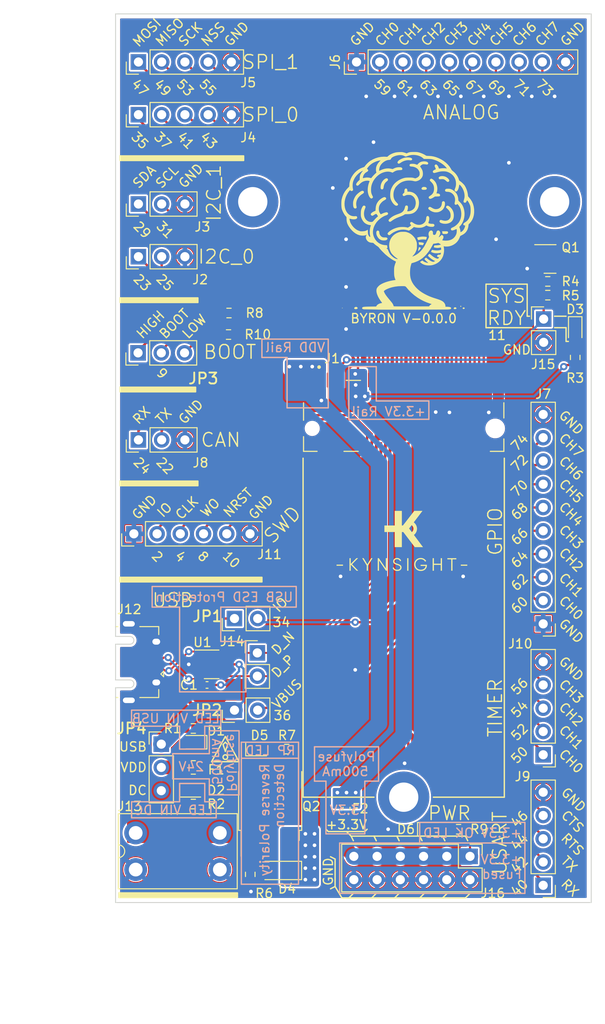
<source format=kicad_pcb>
(kicad_pcb (version 20221018) (generator pcbnew)

  (general
    (thickness 1.6)
  )

  (paper "A4")
  (layers
    (0 "F.Cu" signal)
    (31 "B.Cu" signal)
    (32 "B.Adhes" user "B.Adhesive")
    (33 "F.Adhes" user "F.Adhesive")
    (34 "B.Paste" user)
    (35 "F.Paste" user)
    (36 "B.SilkS" user "B.Silkscreen")
    (37 "F.SilkS" user "F.Silkscreen")
    (38 "B.Mask" user)
    (39 "F.Mask" user)
    (40 "Dwgs.User" user "User.Drawings")
    (41 "Cmts.User" user "User.Comments")
    (42 "Eco1.User" user "User.Eco1")
    (43 "Eco2.User" user "User.Eco2")
    (44 "Edge.Cuts" user)
    (45 "Margin" user)
    (46 "B.CrtYd" user "B.Courtyard")
    (47 "F.CrtYd" user "F.Courtyard")
    (48 "B.Fab" user)
    (49 "F.Fab" user)
    (50 "User.1" user)
    (51 "User.2" user)
    (52 "User.3" user)
    (53 "User.4" user)
    (54 "User.5" user)
    (55 "User.6" user)
    (56 "User.7" user)
    (57 "User.8" user)
    (58 "User.9" user)
  )

  (setup
    (stackup
      (layer "F.SilkS" (type "Top Silk Screen"))
      (layer "F.Paste" (type "Top Solder Paste"))
      (layer "F.Mask" (type "Top Solder Mask") (thickness 0.01))
      (layer "F.Cu" (type "copper") (thickness 0.035))
      (layer "dielectric 1" (type "core") (thickness 1.51) (material "FR4") (epsilon_r 4.5) (loss_tangent 0.02))
      (layer "B.Cu" (type "copper") (thickness 0.035))
      (layer "B.Mask" (type "Bottom Solder Mask") (thickness 0.01))
      (layer "B.Paste" (type "Bottom Solder Paste"))
      (layer "B.SilkS" (type "Bottom Silk Screen"))
      (copper_finish "None")
      (dielectric_constraints no)
    )
    (pad_to_mask_clearance 0)
    (aux_axis_origin 87.7 127.95)
    (grid_origin 87.7 127.95)
    (pcbplotparams
      (layerselection 0x00010fc_ffffffff)
      (plot_on_all_layers_selection 0x0000000_00000000)
      (disableapertmacros false)
      (usegerberextensions true)
      (usegerberattributes false)
      (usegerberadvancedattributes false)
      (creategerberjobfile false)
      (dashed_line_dash_ratio 12.000000)
      (dashed_line_gap_ratio 3.000000)
      (svgprecision 4)
      (plotframeref false)
      (viasonmask false)
      (mode 1)
      (useauxorigin false)
      (hpglpennumber 1)
      (hpglpenspeed 20)
      (hpglpendiameter 15.000000)
      (dxfpolygonmode true)
      (dxfimperialunits true)
      (dxfusepcbnewfont true)
      (psnegative false)
      (psa4output false)
      (plotreference true)
      (plotvalue false)
      (plotinvisibletext false)
      (sketchpadsonfab false)
      (subtractmaskfromsilk true)
      (outputformat 1)
      (mirror false)
      (drillshape 0)
      (scaleselection 1)
      (outputdirectory "gerber/jlcpcb/")
    )
  )

  (net 0 "")
  (net 1 "+24V")
  (net 2 "/SWD.IO")
  (net 3 "/SWD.CLK")
  (net 4 "/SWD.WO")
  (net 5 "/MCU.BOOT")
  (net 6 "/MCU.NRST")
  (net 7 "/CAN.TX")
  (net 8 "/I2C_0.SDA")
  (net 9 "/CAN.RX")
  (net 10 "/I2C_0.SCL")
  (net 11 "/I2C_1.SDA")
  (net 12 "/USB.D_P")
  (net 13 "/I2C_1.SCL")
  (net 14 "/USB.IO")
  (net 15 "/SPI_0.MOSI")
  (net 16 "/USB.VBUS")
  (net 17 "/SPI_0.MISO")
  (net 18 "/USART.RX")
  (net 19 "/SPI_0.SCK")
  (net 20 "/USART.TX")
  (net 21 "/SPI_0.NSS")
  (net 22 "/USART.RTS")
  (net 23 "/USART.CTS")
  (net 24 "/SPI_1.MOSI")
  (net 25 "/SPI_1.MISO")
  (net 26 "/TIMER.CH_0")
  (net 27 "/TIMER.CH_1")
  (net 28 "/SPI_1.SCK")
  (net 29 "/TIMER.CH_2")
  (net 30 "/SPI_1.NSS")
  (net 31 "/TIMER.CH_3")
  (net 32 "/ANALOG.CH_0")
  (net 33 "/GPIO.CH_0")
  (net 34 "/ANALOG.CH_1")
  (net 35 "/GPIO.CH_1")
  (net 36 "/ANALOG.CH_2")
  (net 37 "/GPIO.CH_2")
  (net 38 "/ANALOG.CH_3")
  (net 39 "/GPIO.CH_3")
  (net 40 "/ANALOG.CH_4")
  (net 41 "/GPIO.CH_4")
  (net 42 "/ANALOG.CH_5")
  (net 43 "/GPIO.CH_5")
  (net 44 "/ANALOG.CH_6")
  (net 45 "/GPIO.CH_6")
  (net 46 "/ANALOG.CH_7")
  (net 47 "/GPIO.CH_7")
  (net 48 "GND")
  (net 49 "VDD")
  (net 50 "+5V")
  (net 51 "/SYS.READY")
  (net 52 "/USB.D_N")
  (net 53 "Net-(J12-ID)")
  (net 54 "Net-(D1-A)")
  (net 55 "Net-(D2-A)")
  (net 56 "Net-(D3-A)")
  (net 57 "Net-(D3-K)")
  (net 58 "Net-(D5-A)")
  (net 59 "Net-(JP4-C)")
  (net 60 "+3V3")
  (net 61 "Net-(Q1-B)")
  (net 62 "Net-(D4-A)")
  (net 63 "/VDD_Safe")
  (net 64 "/3.3V_Safe")
  (net 65 "Net-(D6-A)")
  (net 66 "Net-(JP3-A)")
  (net 67 "Net-(JP3-B)")

  (footprint "Resistor_SMD:R_0603_1608Metric" (layer "F.Cu") (at 102.425 124.875 -90))

  (footprint "Connector_PinHeader_2.54mm:PinHeader_1x05_P2.54mm_Vertical" (layer "F.Cu") (at 90.2 41.95 90))

  (footprint "Package_TO_SOT_SMD:TO-252-2" (layer "F.Cu") (at 104.6 116.76 90))

  (footprint "Connector_PinHeader_2.54mm:PinHeader_1x02_P2.54mm_Vertical" (layer "F.Cu") (at 100.7 96.95 90))

  (footprint "Connector_PinHeader_2.54mm:PinHeader_1x10_P2.54mm_Vertical" (layer "F.Cu") (at 134.45 97.53 180))

  (footprint "LED_SMD:LED_0603_1608Metric" (layer "F.Cu") (at 96.2 115.7))

  (footprint "Connector_PinHeader_2.54mm:PinHeader_2x06_P2.54mm_Vertical" (layer "F.Cu") (at 126.45 122.91 -90))

  (footprint "Resistor_SMD:R_0603_1608Metric" (layer "F.Cu") (at 134.95 60.15 180))

  (footprint "Connector_PinHeader_2.54mm:PinHeader_1x06_P2.54mm_Vertical" (layer "F.Cu") (at 89.7 87.7 90))

  (footprint "Connector_PinHeader_2.54mm:PinHeader_1x02_P2.54mm_Vertical" (layer "F.Cu") (at 103.2 100.7))

  (footprint "Connector_PinHeader_2.54mm:PinHeader_1x05_P2.54mm_Vertical" (layer "F.Cu") (at 134.45 126.07 180))

  (footprint "Connector_PinHeader_2.54mm:PinHeader_1x03_P2.54mm_Vertical" (layer "F.Cu") (at 92.7 110.66))

  (footprint "Resistor_SMD:R_0402_1005Metric" (layer "F.Cu") (at 112.95 117.7 90))

  (footprint "Resistor_SMD:R_0603_1608Metric" (layer "F.Cu") (at 96.2 117.2))

  (footprint "LED_SMD:LED_0603_1608Metric" (layer "F.Cu") (at 103.4125 111.2))

  (footprint "Resistor_SMD:R_0805_2012Metric" (layer "F.Cu") (at 96.2 113.2))

  (footprint "Connector_PinHeader_2.54mm:PinHeader_1x03_P2.54mm_Vertical" (layer "F.Cu") (at 90.2 57.45 90))

  (footprint "Connector_PinHeader_2.54mm:PinHeader_1x10_P2.54mm_Vertical" (layer "F.Cu") (at 114.04 36.2 90))

  (footprint "MountingHole:MountingHole_3.2mm_M3_DIN965_Pad" (layer "F.Cu") (at 135.7 51.45))

  (footprint "Resistor_SMD:R_0603_1608Metric" (layer "F.Cu") (at 100.05 65.95))

  (footprint "Capacitor_SMD:C_0402_1005Metric" (layer "F.Cu") (at 97.7 104.2 180))

  (footprint "819_connectors_card_edge:TE_2199230-3" (layer "F.Cu") (at 119.2 76.2))

  (footprint "LED_SMD:LED_0603_1608Metric" (layer "F.Cu") (at 96.2 110.45 180))

  (footprint "Resistor_SMD:R_0603_1608Metric" (layer "F.Cu") (at 100.1 63.6))

  (footprint "LED_SMD:LED_0603_1608Metric" (layer "F.Cu") (at 122.2 119.95))

  (footprint "MountingHole:MountingHole_3.2mm_M3_DIN965_Pad" (layer "F.Cu") (at 102.7 51.45))

  (footprint "Resistor_SMD:R_0603_1608Metric" (layer "F.Cu") (at 125.2 119.95 180))

  (footprint "Resistor_SMD:R_0603_1608Metric" (layer "F.Cu") (at 106.4125 111.2 180))

  (footprint "Package_TO_SOT_SMD:SOT-23-6" (layer "F.Cu") (at 98.2 101.95))

  (footprint "Resistor_SMD:R_0603_1608Metric" (layer "F.Cu") (at 137.95 68.45 90))

  (footprint "Connector_PinHeader_2.54mm:PinHeader_1x05_P2.54mm_Vertical" (layer "F.Cu") (at 134.45 111.82 180))

  (footprint "Connector_PinHeader_2.54mm:PinHeader_1x02_P2.54mm_Vertical" (layer "F.Cu") (at 100.7 106.95 90))

  (footprint "Connector_PinHeader_2.54mm:PinHeader_1x03_P2.54mm_Vertical" (layer "F.Cu") (at 90.2 51.7 90))

  (footprint "MountingHole:MountingHole_3.2mm_M3_DIN965_Pad" (layer "F.Cu") (at 119.2 116.45))

  (footprint "Connector_PinHeader_2.54mm:PinHeader_1x02_P2.54mm_Vertical" (layer "F.Cu") (at 134.5 64.26))

  (footprint "LED_SMD:LED_0603_1608Metric" (layer "F.Cu") (at 137.95 65.487501 -90))

  (footprint "ked_symbols:brayn_carrier" (layer "F.Cu")
    (tstamp bbbcaa97-a9fb-4be2-89d6-336da4add715)
    (at 119.7 54.45)
    (attr board_only exclude_from_pos_files exclude_from_bom)
    (fp_text reference "G***" (at 0 0) (layer "F.SilkS") hide
        (effects (font (size 1.5 1.5) (thickness 0.3)))
      (tstamp adf5df8f-5475-45ce-8c5f-04b8e5011e94)
    )
    (fp_text value "LOGO" (at 0.75 0) (layer "F.SilkS") hide
        (effects (font (size 1.5 1.5) (thickness 0.3)))
      (tstamp 2b8fb183-0a87-4f0f-905e-faff4b08d567)
    )
    (fp_poly
      (pts
        (xy -7.182104 8.583858)
        (xy -7.174335 8.601808)
        (xy -7.181132 8.629502)
        (xy -7.209692 8.636)
        (xy -7.24176 8.626111)
        (xy -7.24505 8.601808)
        (xy -7.225784 8.57274)
        (xy -7.209692 8.567615)
      )

      (stroke (width 0) (type solid)) (fill solid) (layer "F.SilkS") (tstamp c42c3e8b-e88e-4603-872d-43b0db020b19))
    (fp_poly
      (pts
        (xy 5.774469 8.374497)
        (xy 5.791063 8.393367)
        (xy 5.801295 8.427291)
        (xy 5.789583 8.445542)
        (xy 5.766545 8.458709)
        (xy 5.721253 8.466187)
        (xy 5.697097 8.453997)
        (xy 5.674805 8.420225)
        (xy 5.683364 8.385832)
        (xy 5.717221 8.364393)
        (xy 5.734538 8.362461)
      )

      (stroke (width 0) (type solid)) (fill solid) (layer "F.SilkS") (tstamp 5078f9ee-6ace-48cd-b8cc-64d3f5283360))
    (fp_poly
      (pts
        (xy 6.108116 8.551639)
        (xy 6.15082 8.583584)
        (xy 6.173382 8.622074)
        (xy 6.174154 8.629625)
        (xy 6.158059 8.66236)
        (xy 6.120415 8.693864)
        (xy 6.077179 8.711943)
        (xy 6.065154 8.712915)
        (xy 6.016464 8.704566)
        (xy 5.983654 8.694006)
        (xy 5.948846 8.665192)
        (xy 5.943094 8.625879)
        (xy 5.961791 8.585416)
        (xy 6.000334 8.553157)
        (xy 6.054119 8.538453)
        (xy 6.060318 8.538308)
      )

      (stroke (width 0) (type solid)) (fill solid) (layer "F.SilkS") (tstamp fa1d1951-6049-4fda-a65d-d2358cf567c0))
    (fp_poly
      (pts
        (xy 5.168465 8.529931)
        (xy 5.219925 8.557395)
        (xy 5.260029 8.59213)
        (xy 5.275384 8.623914)
        (xy 5.258259 8.675894)
        (xy 5.207763 8.709036)
        (xy 5.125214 8.722493)
        (xy 5.121962 8.722592)
        (xy 5.058188 8.721128)
        (xy 5.007972 8.714392)
        (xy 4.991913 8.708983)
        (xy 4.964446 8.676465)
        (xy 4.965527 8.633286)
        (xy 4.989567 8.587805)
        (xy 5.030978 8.548382)
        (xy 5.084172 8.523376)
        (xy 5.119077 8.518769)
      )

      (stroke (width 0) (type solid)) (fill solid) (layer "F.SilkS") (tstamp 49c2e593-6302-4d9b-973e-3864a0597df1))
    (fp_poly
      (pts
        (xy -5.639843 8.49221)
        (xy -5.582569 8.524953)
        (xy -5.546252 8.570708)
        (xy -5.536212 8.622259)
        (xy -5.557768 8.672393)
        (xy -5.564929 8.680228)
        (xy -5.612539 8.70659)
        (xy -5.683052 8.722461)
        (xy -5.76135 8.726371)
        (xy -5.832316 8.716851)
        (xy -5.856224 8.708528)
        (xy -5.900768 8.673718)
        (xy -5.914159 8.62882)
        (xy -5.90056 8.580476)
        (xy -5.864133 8.535326)
        (xy -5.809042 8.50001)
        (xy -5.739449 8.481167)
        (xy -5.712758 8.479692)
      )

      (stroke (width 0) (type solid)) (fill solid) (layer "F.SilkS") (tstamp 822692f1-530b-4f1a-b327-a7b7ea840b34))
    (fp_poly
      (pts
        (xy 1.20266 1.962132)
        (xy 1.251983 1.977602)
        (xy 1.306837 1.999094)
        (xy 1.35488 2.021189)
        (xy 1.383768 2.038466)
        (xy 1.387231 2.043177)
        (xy 1.375287 2.066141)
        (xy 1.343706 2.110206)
        (xy 1.298864 2.167312)
        (xy 1.247138 2.229401)
        (xy 1.194902 2.288413)
        (xy 1.183533 2.300654)
        (xy 1.126105 2.356137)
        (xy 1.087232 2.381271)
        (xy 1.068339 2.375679)
        (xy 1.070848 2.338981)
        (xy 1.073403 2.329961)
        (xy 1.085279 2.285847)
        (xy 1.102276 2.21665)
        (xy 1.121203 2.135468)
        (xy 1.126022 2.114122)
        (xy 1.144607 2.03535)
        (xy 1.159303 1.988032)
        (xy 1.173598 1.965251)
        (xy 1.190982 1.960087)
      )

      (stroke (width 0) (type solid)) (fill solid) (layer "F.SilkS") (tstamp b96846ae-17b2-49db-9603-d70a529852ca))
    (fp_poly
      (pts
        (xy 1.797451 -4.613137)
        (xy 1.893811 -4.595539)
        (xy 1.966567 -4.549955)
        (xy 2.004743 -4.503228)
        (xy 2.025339 -4.45939)
        (xy 2.020121 -4.416006)
        (xy 2.013463 -4.398573)
        (xy 1.986811 -4.354852)
        (xy 1.945169 -4.325283)
        (xy 1.881957 -4.307612)
        (xy 1.790591 -4.299586)
        (xy 1.7211 -4.298462)
        (xy 1.63283 -4.299929)
        (xy 1.573388 -4.305561)
        (xy 1.532591 -4.317199)
        (xy 1.500259 -4.336685)
        (xy 1.497327 -4.338957)
        (xy 1.453344 -4.39222)
        (xy 1.447399 -4.451242)
        (xy 1.479297 -4.513694)
        (xy 1.51491 -4.550438)
        (xy 1.55824 -4.583716)
        (xy 1.602903 -4.604045)
        (xy 1.659384 -4.613753)
        (xy 1.73817 -4.615167)
      )

      (stroke (width 0) (type solid)) (fill solid) (layer "F.SilkS") (tstamp a4672d3b-633b-4e67-9168-b4be73a46176))
    (fp_poly
      (pts
        (xy 1.332417 1.429924)
        (xy 1.420276 1.439611)
        (xy 1.50996 1.45363)
        (xy 1.592155 1.470237)
        (xy 1.657549 1.487694)
        (xy 1.696827 1.504258)
        (xy 1.702937 1.509908)
        (xy 1.701284 1.536746)
        (xy 1.684074 1.584245)
        (xy 1.657131 1.641195)
        (xy 1.626278 1.696385)
        (xy 1.597337 1.738606)
        (xy 1.576132 1.756649)
        (xy 1.574746 1.756699)
        (xy 1.541682 1.750599)
        (xy 1.494692 1.738942)
        (xy 1.444046 1.728539)
        (xy 1.371669 1.717668)
        (xy 1.306591 1.710098)
        (xy 1.177104 1.697249)
        (xy 1.166449 1.625278)
        (xy 1.154945 1.55609)
        (xy 1.14216 1.490228)
        (xy 1.14207 1.489808)
        (xy 1.128346 1.426308)
        (xy 1.255698 1.426308)
      )

      (stroke (width 0) (type solid)) (fill solid) (layer "F.SilkS") (tstamp dd76cb87-0ba9-4376-9c87-da56f43e2eff))
    (fp_poly
      (pts
        (xy 4.100194 0.224937)
        (xy 4.181187 0.226278)
        (xy 4.236228 0.229625)
        (xy 4.271879 0.235885)
        (xy 4.294702 0.245968)
        (xy 4.311259 0.260783)
        (xy 4.3197 0.270818)
        (xy 4.347137 0.318552)
        (xy 4.357077 0.359942)
        (xy 4.340361 0.412211)
        (xy 4.297478 0.464374)
        (xy 4.239319 0.503939)
        (xy 4.226929 0.509197)
        (xy 4.182591 0.517752)
        (xy 4.111315 0.522962)
        (xy 4.025101 0.524793)
        (xy 3.935947 0.523211)
        (xy 3.855852 0.518181)
        (xy 3.800231 0.510424)
        (xy 3.762992 0.498011)
        (xy 3.743103 0.473433)
        (xy 3.73204 0.424512)
        (xy 3.73006 0.410159)
        (xy 3.719714 0.343987)
        (xy 3.708025 0.286203)
        (xy 3.704778 0.273538)
        (xy 3.69105 0.224692)
        (xy 3.986687 0.224692)
      )

      (stroke (width 0) (type solid)) (fill solid) (layer "F.SilkS") (tstamp a774d402-66e7-4b2f-96bc-66019439791e))
    (fp_poly
      (pts
        (xy -2.303522 -5.545995)
        (xy -2.249422 -5.500565)
        (xy -2.218153 -5.435137)
        (xy -2.217209 -5.368097)
        (xy -2.253608 -5.300945)
        (xy -2.325721 -5.236457)
        (xy -2.340515 -5.226539)
        (xy -2.461948 -5.125718)
        (xy -2.562075 -4.997057)
        (xy -2.636755 -4.84782)
        (xy -2.681848 -4.685272)
        (xy -2.691276 -4.611077)
        (xy -2.708155 -4.496672)
        (xy -2.738288 -4.416569)
        (xy -2.782981 -4.367865)
        (xy -2.805977 -4.356238)
        (xy -2.843326 -4.343028)
        (xy -2.858772 -4.339218)
        (xy -2.877867 -4.34533)
        (xy -2.919059 -4.357795)
        (xy -2.920978 -4.358367)
        (xy -2.968996 -4.378331)
        (xy -3.000518 -4.409027)
        (xy -3.018735 -4.457945)
        (xy -3.026839 -4.532571)
        (xy -3.0282 -4.609927)
        (xy -3.009308 -4.799871)
        (xy -2.955563 -4.98594)
        (xy -2.870475 -5.160363)
        (xy -2.757554 -5.315369)
        (xy -2.670121 -5.402706)
        (xy -2.560146 -5.486978)
        (xy -2.460986 -5.539051)
        (xy -2.374744 -5.558774)
      )

      (stroke (width 0) (type solid)) (fill solid) (layer "F.SilkS") (tstamp 43012569-ee1f-48cb-8bb3-85e587bb6a73))
    (fp_poly
      (pts
        (xy 0.080614 -7.832161)
        (xy 0.206974 -7.811971)
        (xy 0.307375 -7.779435)
        (xy 0.378853 -7.735973)
        (xy 0.418444 -7.683002)
        (xy 0.423183 -7.62194)
        (xy 0.418523 -7.605431)
        (xy 0.384452 -7.549819)
        (xy 0.328127 -7.519646)
        (xy 0.245857 -7.513685)
        (xy 0.171274 -7.523184)
        (xy 0.003793 -7.536496)
        (xy -0.178107 -7.520927)
        (xy -0.365562 -7.478975)
        (xy -0.549704 -7.41314)
        (xy -0.721668 -7.325922)
        (xy -0.855612 -7.233682)
        (xy -0.933496 -7.184563)
        (xy -1.011072 -7.158318)
        (xy -1.078862 -7.157106)
        (xy -1.117697 -7.174012)
        (xy -1.149249 -7.211495)
        (xy -1.171218 -7.254374)
        (xy -1.180503 -7.295735)
        (xy -1.170928 -7.33605)
        (xy -1.144152 -7.383715)
        (xy -1.088224 -7.457148)
        (xy -1.014826 -7.524442)
        (xy -0.917663 -7.59033)
        (xy -0.790445 -7.659541)
        (xy -0.752231 -7.678391)
        (xy -0.565979 -7.757515)
        (xy -0.386909 -7.8081)
        (xy -0.199899 -7.833689)
        (xy -0.068741 -7.838588)
      )

      (stroke (width 0) (type solid)) (fill solid) (layer "F.SilkS") (tstamp 4eb467c3-4671-427b-8c1c-5189db62decf))
    (fp_poly
      (pts
        (xy 3.845385 -5.789422)
        (xy 3.988069 -5.757112)
        (xy 4.124496 -5.702898)
        (xy 4.148838 -5.690256)
        (xy 4.233758 -5.635486)
        (xy 4.317598 -5.56628)
        (xy 4.391622 -5.491311)
        (xy 4.447098 -5.419251)
        (xy 4.472447 -5.368944)
        (xy 4.482211 -5.288777)
        (xy 4.458366 -5.222768)
        (xy 4.405474 -5.177332)
        (xy 4.328097 -5.158882)
        (xy 4.322965 -5.158775)
        (xy 4.285796 -5.163779)
        (xy 4.245507 -5.182771)
        (xy 4.194321 -5.220603)
        (xy 4.124459 -5.282125)
        (xy 4.122966 -5.283494)
        (xy 4.027445 -5.364645)
        (xy 3.941745 -5.419436)
        (xy 3.854681 -5.451641)
        (xy 3.755066 -5.465031)
        (xy 3.631716 -5.463378)
        (xy 3.5963 -5.461088)
        (xy 3.507872 -5.455293)
        (xy 3.449549 -5.453927)
        (xy 3.412496 -5.458164)
        (xy 3.387878 -5.469178)
        (xy 3.366858 -5.488143)
        (xy 3.36317 -5.492067)
        (xy 3.328347 -5.553481)
        (xy 3.324064 -5.621185)
        (xy 3.35017 -5.681838)
        (xy 3.3655 -5.698096)
        (xy 3.456502 -5.754167)
        (xy 3.57193 -5.788026)
        (xy 3.704115 -5.799753)
      )

      (stroke (width 0) (type solid)) (fill solid) (layer "F.SilkS") (tstamp dc6617a5-f734-4f20-9d79-3034db430f69))
    (fp_poly
      (pts
        (xy 1.685095 0.808047)
        (xy 1.785067 0.814499)
        (xy 1.877494 0.824512)
        (xy 1.954015 0.837225)
        (xy 2.006268 0.851777)
        (xy 2.024712 0.863708)
        (xy 2.024676 0.890537)
        (xy 2.013404 0.94321)
        (xy 1.993271 1.010939)
        (xy 1.990417 1.019435)
        (xy 1.965982 1.089088)
        (xy 1.947813 1.128838)
        (xy 1.929843 1.145861)
        (xy 1.906002 1.147333)
        (xy 1.885461 1.143553)
        (xy 1.728666 1.12293)
        (xy 1.556061 1.120026)
        (xy 1.386675 1.134862)
        (xy 1.338384 1.142955)
        (xy 1.253264 1.159074)
        (xy 1.177029 1.173473)
        (xy 1.121998 1.183826)
        (xy 1.108808 1.186291)
        (xy 1.069597 1.188469)
        (xy 1.055869 1.170518)
        (xy 1.055077 1.157897)
        (xy 1.046184 1.118896)
        (xy 1.023538 1.062454)
        (xy 1.007495 1.030022)
        (xy 0.980096 0.971704)
        (xy 0.974086 0.937006)
        (xy 0.983071 0.921313)
        (xy 1.02141 0.902458)
        (xy 1.089511 0.881132)
        (xy 1.178313 0.859316)
        (xy 1.278756 0.838989)
        (xy 1.381778 0.822129)
        (xy 1.478319 0.810718)
        (xy 1.495965 0.80927)
        (xy 1.585941 0.806017)
      )

      (stroke (width 0) (type solid)) (fill solid) (layer "F.SilkS") (tstamp 38f0e21f-97b4-48b0-843c-7357ed62fa2b))
    (fp_poly
      (pts
        (xy -4.983043 -4.190271)
        (xy -4.919401 -4.169398)
        (xy -4.871452 -4.134117)
        (xy -4.857676 -4.111971)
        (xy -4.843552 -4.044172)
        (xy -4.858643 -3.983186)
        (xy -4.905599 -3.924932)
        (xy -4.987073 -3.865327)
        (xy -5.036759 -3.836394)
        (xy -5.137118 -3.76979)
        (xy -5.24611 -3.678945)
        (xy -5.353565 -3.57387)
        (xy -5.44931 -3.46458)
        (xy -5.523174 -3.361085)
        (xy -5.528347 -3.352488)
        (xy -5.620017 -3.162871)
        (xy -5.676098 -2.96666)
        (xy -5.695911 -2.768433)
        (xy -5.678779 -2.572768)
        (xy -5.657314 -2.481385)
        (xy -5.643459 -2.392242)
        (xy -5.659978 -2.325507)
        (xy -5.688501 -2.291777)
        (xy -5.75359 -2.261493)
        (xy -5.831363 -2.261579)
        (xy -5.87703 -2.275961)
        (xy -5.933799 -2.314568)
        (xy -5.976521 -2.37626)
        (xy -6.006578 -2.46492)
        (xy -6.025351 -2.58443)
        (xy -6.033558 -2.715846)
        (xy -6.035561 -2.830868)
        (xy -6.031984 -2.921687)
        (xy -6.021513 -3.002943)
        (xy -6.002834 -3.089276)
        (xy -5.998465 -3.106616)
        (xy -5.953051 -3.247995)
        (xy -5.889554 -3.396306)
        (xy -5.814588 -3.538317)
        (xy -5.734768 -3.660793)
        (xy -5.698667 -3.706431)
        (xy -5.600042 -3.812302)
        (xy -5.489679 -3.914537)
        (xy -5.374434 -4.008043)
        (xy -5.261163 -4.087726)
        (xy -5.156722 -4.148492)
        (xy -5.067964 -4.185248)
        (xy -5.047234 -4.190465)
      )

      (stroke (width 0) (type solid)) (fill solid) (layer "F.SilkS") (tstamp 105add6c-252d-4095-b5d0-4c1c4263db26))
    (fp_poly
      (pts
        (xy -3.321295 0.147109)
        (xy -3.276115 0.163388)
        (xy -3.215094 0.199495)
        (xy -3.180156 0.250584)
        (xy -3.166145 0.325797)
        (xy -3.165231 0.359967)
        (xy -3.147259 0.49035)
        (xy -3.097083 0.615947)
        (xy -3.020307 0.727549)
        (xy -2.922539 0.815946)
        (xy -2.867892 0.848387)
        (xy -2.815454 0.872157)
        (xy -2.76608 0.887103)
        (xy -2.708077 0.89519)
        (xy -2.629748 0.898384)
        (xy -2.568136 0.898769)
        (xy -2.477306 0.89937)
        (xy -2.416483 0.902418)
        (xy -2.376602 0.909779)
        (xy -2.348595 0.92332)
        (xy -2.323397 0.944907)
        (xy -2.317972 0.95028)
        (xy -2.28382 0.992544)
        (xy -2.266869 1.029422)
        (xy -2.266462 1.033855)
        (xy -2.284361 1.089759)
        (xy -2.333001 1.144868)
        (xy -2.404791 1.19078)
        (xy -2.410704 1.193531)
        (xy -2.489353 1.216309)
        (xy -2.592574 1.228315)
        (xy -2.707385 1.22957)
        (xy -2.820802 1.220094)
        (xy -2.919841 1.199905)
        (xy -2.942181 1.19271)
        (xy -3.084271 1.128307)
        (xy -3.203188 1.042297)
        (xy -3.304461 0.929413)
        (xy -3.393617 0.784385)
        (xy -3.414674 0.742461)
        (xy -3.454553 0.652779)
        (xy -3.478014 0.576566)
        (xy -3.490129 0.494655)
        (xy -3.493587 0.444245)
        (xy -3.494246 0.343142)
        (xy -3.481497 0.270409)
        (xy -3.451896 0.216632)
        (xy -3.401995 0.172395)
        (xy -3.391501 0.165314)
        (xy -3.355612 0.146726)
      )

      (stroke (width 0) (type solid)) (fill solid) (layer "F.SilkS") (tstamp 416aeaeb-8192-4a31-83d8-f65546e6a598))
    (fp_poly
      (pts
        (xy 3.869367 -3.05491)
        (xy 3.889512 -3.047437)
        (xy 3.944925 -3.017156)
        (xy 3.979483 -2.975328)
        (xy 4.001464 -2.910229)
        (xy 4.00765 -2.88014)
        (xy 4.015618 -2.74485)
        (xy 3.994739 -2.596959)
        (xy 3.94834 -2.446037)
        (xy 3.87975 -2.301658)
        (xy 3.792297 -2.173394)
        (xy 3.742889 -2.118649)
        (xy 3.643079 -2.036234)
        (xy 3.519655 -1.960286)
        (xy 3.387593 -1.898709)
        (xy 3.261867 -1.859409)
        (xy 3.245602 -1.85613)
        (xy 3.127186 -1.842321)
        (xy 2.995816 -1.839858)
        (xy 2.871974 -1.848722)
        (xy 2.823308 -1.85657)
        (xy 2.636207 -1.912898)
        (xy 2.454276 -2.004179)
        (xy 2.285427 -2.126386)
        (xy 2.274023 -2.136238)
        (xy 2.210918 -2.205706)
        (xy 2.186256 -2.271227)
        (xy 2.19982 -2.334567)
        (xy 2.243107 -2.389806)
        (xy 2.289075 -2.424708)
        (xy 2.337603 -2.438785)
        (xy 2.395493 -2.431058)
        (xy 2.469548 -2.400542)
        (xy 2.566569 -2.346257)
        (xy 2.573461 -2.342107)
        (xy 2.696788 -2.272707)
        (xy 2.801907 -2.226371)
        (xy 2.899274 -2.199603)
        (xy 2.999342 -2.188907)
        (xy 3.033444 -2.188308)
        (xy 3.195022 -2.205581)
        (xy 3.337376 -2.255729)
        (xy 3.45787 -2.336249)
        (xy 3.553869 -2.444634)
        (xy 3.622738 -2.57838)
        (xy 3.661842 -2.734982)
        (xy 3.667769 -2.7913)
        (xy 3.676515 -2.88512)
        (xy 3.689179 -2.948735)
        (xy 3.709541 -2.991018)
        (xy 3.741379 -3.020841)
        (xy 3.773509 -3.039568)
        (xy 3.824538 -3.059157)
      )

      (stroke (width 0) (type solid)) (fill solid) (layer "F.SilkS") (tstamp e800d0eb-20a5-4cc2-a598-d574d8af7c82))
    (fp_poly
      (pts
        (xy 4.376559 -2.548661)
        (xy 4.47553 -2.494642)
        (xy 4.586564 -2.406241)
        (xy 4.647395 -2.348141)
        (xy 4.782987 -2.18551)
        (xy 4.883805 -2.005207)
        (xy 4.949578 -1.807906)
        (xy 4.980038 -1.594277)
        (xy 4.982308 -1.514231)
        (xy 4.968447 -1.313549)
        (xy 4.926363 -1.138634)
        (xy 4.855297 -0.987458)
        (xy 4.754493 -0.857993)
        (xy 4.727541 -0.831558)
        (xy 4.589373 -0.728212)
        (xy 4.428027 -0.65201)
        (xy 4.24961 -0.604226)
        (xy 4.060226 -0.586133)
        (xy 3.865984 -0.599001)
        (xy 3.737424 -0.625248)
        (xy 3.635893 -0.654177)
        (xy 3.562816 -0.681429)
        (xy 3.508041 -0.711376)
        (xy 3.470719 -0.740088)
        (xy 3.423424 -0.802735)
        (xy 3.411715 -0.871351)
        (xy 3.435013 -0.937246)
        (xy 3.487323 -0.988298)
        (xy 3.512299 -1.002669)
        (xy 3.538006 -1.009269)
        (xy 3.573181 -1.007429)
        (xy 3.626561 -0.99648)
        (xy 3.706885 -0.975754)
        (xy 3.729166 -0.969781)
        (xy 3.88214 -0.935099)
        (xy 4.012976 -0.921003)
        (xy 4.132588 -0.927241)
        (xy 4.251895 -0.953558)
        (xy 4.264368 -0.957327)
        (xy 4.349943 -0.989386)
        (xy 4.415701 -1.030546)
        (xy 4.478078 -1.089762)
        (xy 4.549353 -1.176834)
        (xy 4.595958 -1.263898)
        (xy 4.621353 -1.361579)
        (xy 4.628998 -1.480507)
        (xy 4.627375 -1.548343)
        (xy 4.61173 -1.693674)
        (xy 4.576021 -1.824406)
        (xy 4.516796 -1.946574)
        (xy 4.430602 -2.066215)
        (xy 4.313989 -2.189365)
        (xy 4.204651 -2.287524)
        (xy 4.146961 -2.347068)
        (xy 4.124662 -2.401445)
        (xy 4.136227 -2.4583)
        (xy 4.161959 -2.501298)
        (xy 4.21878 -2.552303)
        (xy 4.290644 -2.567986)
      )

      (stroke (width 0) (type solid)) (fill solid) (layer "F.SilkS") (tstamp 676ff18f-9a40-491d-b7ca-9ef7212335f3))
    (fp_poly
      (pts
        (xy 2.541167 -5.51287)
        (xy 2.61535 -5.481669)
        (xy 2.698885 -5.42691)
        (xy 2.78623 -5.353465)
        (xy 2.871843 -5.266209)
        (xy 2.95018 -5.170014)
        (xy 3.015699 -5.069755)
        (xy 3.038949 -5.025793)
        (xy 3.106894 -4.855492)
        (xy 3.154007 -4.671492)
        (xy 3.177412 -4.487944)
        (xy 3.176865 -4.347308)
        (xy 3.161812 -4.215417)
        (xy 3.1385 -4.094869)
        (xy 3.109263 -3.99623)
        (xy 3.089209 -3.950753)
        (xy 3.077231 -3.922755)
        (xy 3.087173 -3.910405)
        (xy 3.126764 -3.907038)
        (xy 3.14012 -3.906842)
        (xy 3.273036 -3.895415)
        (xy 3.373413 -3.864811)
        (xy 3.440616 -3.8154)
        (xy 3.47401 -3.747554)
        (xy 3.477846 -3.709352)
        (xy 3.473175 -3.659685)
        (xy 3.455679 -3.623573)
        (xy 3.420136 -3.598786)
        (xy 3.36132 -3.583096)
        (xy 3.27401 -3.574276)
        (xy 3.15298 -3.570096)
        (xy 3.151331 -3.570066)
        (xy 2.917444 -3.565769)
        (xy 2.801991 -3.491454)
        (xy 2.655856 -3.404153)
        (xy 2.533545 -3.345973)
        (xy 2.433513 -3.316314)
        (xy 2.354217 -3.314574)
        (xy 2.349889 -3.315384)
        (xy 2.307043 -3.336658)
        (xy 2.266851 -3.374328)
        (xy 2.230973 -3.441236)
        (xy 2.232776 -3.504038)
        (xy 2.272714 -3.563965)
        (xy 2.351237 -3.622249)
        (xy 2.359628 -3.627123)
        (xy 2.519528 -3.735669)
        (xy 2.643874 -3.859326)
        (xy 2.734028 -4.000393)
        (xy 2.791352 -4.161167)
        (xy 2.817207 -4.343944)
        (xy 2.819019 -4.402061)
        (xy 2.809846 -4.585829)
        (xy 2.776435 -4.745371)
        (xy 2.715272 -4.889103)
        (xy 2.622844 -5.02544)
        (xy 2.505343 -5.153369)
        (xy 2.434654 -5.223547)
        (xy 2.388301 -5.273272)
        (xy 2.361968 -5.308663)
        (xy 2.35134 -5.335839)
        (xy 2.3521 -5.360917)
        (xy 2.35374 -5.368292)
        (xy 2.382726 -5.431834)
        (xy 2.429768 -5.485812)
        (xy 2.48188 -5.515637)
      )

      (stroke (width 0) (type solid)) (fill solid) (layer "F.SilkS") (tstamp 844d6e89-35cd-4610-ade7-b64f12890be4))
    (fp_poly
      (pts
        (xy 2.181858 -1.43089)
        (xy 2.23481 -1.388033)
        (xy 2.27237 -1.318269)
        (xy 2.293668 -1.226449)
        (xy 2.297837 -1.117427)
        (xy 2.284009 -0.996055)
        (xy 2.251315 -0.867185)
        (xy 2.228542 -0.803774)
        (xy 2.205464 -0.737678)
        (xy 2.199866 -0.696525)
        (xy 2.20961 -0.671951)
        (xy 2.253061 -0.642755)
        (xy 2.32672 -0.617712)
        (xy 2.42178 -0.598791)
        (xy 2.529432 -0.587957)
        (xy 2.593895 -0.586154)
        (xy 2.6754 -0.585274)
        (xy 2.728613 -0.580777)
        (xy 2.764308 -0.569882)
        (xy 2.79326 -0.549805)
        (xy 2.815041 -0.529042)
        (xy 2.85952 -0.470892)
        (xy 2.867835 -0.416446)
        (xy 2.840045 -0.357975)
        (xy 2.816515 -0.329116)
        (xy 2.786639 -0.298395)
        (xy 2.757167 -0.279247)
        (xy 2.717412 -0.268241)
        (xy 2.656687 -0.261944)
        (xy 2.596708 -0.258539)
        (xy 2.402984 -0.264847)
        (xy 2.219624 -0.302439)
        (xy 2.072301 -0.360841)
        (xy 1.976182 -0.409548)
        (xy 1.877367 -0.343051)
        (xy 1.744871 -0.269185)
        (xy 1.59294 -0.209388)
        (xy 1.45849 -0.174539)
        (xy 1.333938 -0.159489)
        (xy 1.187164 -0.155084)
        (xy 1.033389 -0.160787)
        (xy 0.887833 -0.176059)
        (xy 0.771554 -0.198804)
        (xy 0.609525 -0.241301)
        (xy 0.54961 -0.181386)
        (xy 0.476651 -0.115716)
        (xy 0.38411 -0.042651)
        (xy 0.285356 0.028031)
        (xy 0.19376 0.086551)
        (xy 0.151091 0.110105)
        (xy 0.057377 0.157593)
        (xy -0.073985 0.118472)
        (xy -0.301292 0.064612)
        (xy -0.519229 0.043021)
        (xy -0.739353 0.052968)
        (xy -0.852249 0.069262)
        (xy -1.13002 0.135159)
        (xy -1.395159 0.232926)
        (xy -1.641887 0.359921)
        (xy -1.864424 0.513506)
        (xy -1.913723 0.554142)
        (xy -1.984477 0.610952)
        (xy -2.036753 0.642879)
        (xy -2.078522 0.653809)
        (xy -2.110154 0.64993)
        (xy -2.186313 0.615092)
        (xy -2.238897 0.562701)
        (xy -2.262306 0.500293)
        (xy -2.257442 0.451747)
        (xy -2.237434 0.417795)
        (xy -2.197771 0.368647)
        (xy -2.153092 0.321121)
        (xy -1.991908 0.184564)
        (xy -1.798643 0.060901)
        (xy -1.578956 -0.047096)
        (xy -1.338508 -0.13666)
        (xy -1.082959 -0.205019)
        (xy -1.073824 -0.20699)
        (xy -0.939073 -0.228219)
        (xy -0.782283 -0.2407)
        (xy -0.615952 -0.244421)
        (xy -0.45258 -0.239368)
        (xy -0.304663 -0.225528)
        (xy -0.204824 -0.207883)
        (xy -0.048186 -0.171535)
        (xy 0.049176 -0.225141)
        (xy 0.115778 -0.265268)
        (xy 0.183426 -0.311664)
        (xy 0.244021 -0.35804)
        (xy 0.289462 -0.398111)
        (xy 0.31165 -0.425586)
        (xy 0.312615 -0.429651)
        (xy 0.299924 -0.452707)
        (xy 0.268129 -0.49037)
        (xy 0.254 -0.504994)
        (xy 0.205897 -0.575004)
        (xy 0.193834 -0.648355)
        (xy 0.217953 -0.718259)
        (xy 0.248745 -0.754703)
        (xy 0.298845 -0.787526)
        (xy 0.353615 -0.792963)
        (xy 0.41913 -0.769902)
        (xy 0.501464 -0.717228)
        (xy 0.517243 -0.705496)
        (xy 0.686501 -0.597559)
        (xy 0.861431 -0.522937)
        (xy 1.038019 -0.481491)
        (xy 1.212253 -0.473083)
        (xy 1.380119 -0.497576)
        (xy 1.537606 -0.554831)
        (xy 1.680698 -0.644711)
        (xy 1.790299 -0.749269)
        (xy 1.863724 -0.849417)
        (xy 1.913335 -0.958097)
        (xy 1.943519 -1.086545)
        (xy 1.953126 -1.166333)
        (xy 1.968621 -1.27966)
        (xy 1.992949 -1.359184)
        (xy 2.028922 -1.409714)
        (xy 2.079354 -1.436056)
        (xy 2.11438 -1.441986)
      )

      (stroke (width 0) (type solid)) (fill solid) (layer "F.SilkS") (tstamp 84a1a4bf-822a-4a3b-a703-29186eca5056))
    (fp_poly
      (pts
        (xy -0.185569 -4.427811)
        (xy -0.138662 -4.384393)
        (xy -0.109421 -4.309058)
        (xy -0.097692 -4.225703)
        (xy -0.087923 -4.095336)
        (xy 0.019887 -4.100413)
        (xy 0.154224 -4.094354)
        (xy 0.303554 -4.067033)
        (xy 0.452631 -4.021938)
        (xy 0.557243 -3.9775)
        (xy 0.715183 -3.878544)
        (xy 0.853853 -3.748816)
        (xy 0.970726 -3.59285)
        (xy 1.063276 -3.415181)
        (xy 1.128978 -3.220345)
        (xy 1.165304 -3.012875)
        (xy 1.171968 -2.873913)
        (xy 1.155431 -2.642574)
        (xy 1.107344 -2.428855)
        (xy 1.028698 -2.235413)
        (xy 0.920482 -2.064902)
        (xy 0.833844 -1.966717)
        (xy 0.700435 -1.851524)
        (xy 0.556165 -1.763408)
        (xy 0.39574 -1.700503)
        (xy 0.213864 -1.660945)
        (xy 0.005242 -1.642867)
        (xy -0.090181 -1.641231)
        (xy -0.196465 -1.640825)
        (xy -0.271774 -1.638787)
        (xy -0.32421 -1.633887)
        (xy -0.361875 -1.624895)
        (xy -0.392867 -1.610581)
        (xy -0.424094 -1.590533)
        (xy -0.514398 -1.534441)
        (xy -0.620028 -1.480216)
        (xy -0.747686 -1.424812)
        (xy -0.904074 -1.365181)
        (xy -0.976923 -1.339199)
        (xy -1.264424 -1.225716)
        (xy -1.51749 -1.098919)
        (xy -1.738911 -0.957374)
        (xy -1.779988 -0.926906)
        (xy -1.864058 -0.865318)
        (xy -1.926679 -0.826758)
        (xy -1.975643 -0.80833)
        (xy -2.018739 -0.807137)
        (xy -2.063758 -0.820281)
        (xy -2.065169 -0.820846)
        (xy -2.103937 -0.849935)
        (xy -2.13815 -0.896254)
        (xy -2.13894 -0.897761)
        (xy -2.155068 -0.944957)
        (xy -2.150278 -0.991703)
        (xy -2.121564 -1.044174)
        (xy -2.065924 -1.108543)
        (xy -2.009464 -1.163876)
        (xy -1.859461 -1.290588)
        (xy -1.6924 -1.402336)
        (xy -1.502063 -1.502586)
        (xy -1.282232 -1.594801)
        (xy -1.152769 -1.641217)
        (xy -1.048595 -1.678207)
        (xy -0.946154 -1.717101)
        (xy -0.857317 -1.753245)
        (xy -0.794586 -1.781669)
        (xy -0.650815 -1.874775)
        (xy -0.533576 -1.996097)
        (xy -0.443692 -2.144422)
        (xy -0.381987 -2.318535)
        (xy -0.360985 -2.420878)
        (xy -0.333608 -2.506621)
        (xy -0.285743 -2.565017)
        (xy -0.221819 -2.591964)
        (xy -0.177124 -2.591253)
        (xy -0.10814 -2.571422)
        (xy -0.063581 -2.534544)
        (xy -0.039571 -2.474382)
        (xy -0.032232 -2.384701)
        (xy -0.03251 -2.358579)
        (xy -0.04378 -2.23785)
        (xy -0.069396 -2.123737)
        (xy -0.076472 -2.102211)
        (xy -0.097838 -2.039253)
        (xy -0.112595 -1.991062)
        (xy -0.117231 -1.970326)
        (xy -0.099469 -1.958878)
        (xy -0.051935 -1.954547)
        (xy 0.016738 -1.957217)
        (xy 0.097923 -1.966773)
        (xy 0.138902 -1.973789)
        (xy 0.286067 -2.017464)
        (xy 0.426638 -2.088471)
        (xy 0.551946 -2.180744)
        (xy 0.653317 -2.288216)
        (xy 0.706109 -2.37062)
        (xy 0.742602 -2.458626)
        (xy 0.775919 -2.569846)
        (xy 0.802287 -2.68842)
        (xy 0.817936 -2.79849)
        (xy 0.820615 -2.852153)
        (xy 0.805034 -3.04668)
        (xy 0.759598 -3.224922)
        (xy 0.686267 -3.383247)
        (xy 0.586999 -3.51802)
        (xy 0.463754 -3.62561)
        (xy 0.375498 -3.677398)
        (xy 0.313648 -3.70654)
        (xy 0.262819 -3.725216)
        (xy 0.210935 -3.735732)
        (xy 0.145921 -3.740388)
        (xy 0.055701 -3.741489)
        (xy 0.039488 -3.74149)
        (xy -0.057155 -3.740428)
        (xy -0.127665 -3.735814)
        (xy -0.184969 -3.725297)
        (xy -0.241993 -3.706529)
        (xy -0.309777 -3.67799)
        (xy -0.381936 -3.648008)
        (xy -0.443621 -3.625684)
        (xy -0.483592 -3.615006)
        (xy -0.488343 -3.614616)
        (xy -0.541616 -3.632241)
        (xy -0.587898 -3.677815)
        (xy -0.616502 -3.740386)
        (xy -0.618053 -3.747538)
        (xy -0.622022 -3.784051)
        (xy -0.613808 -3.815002)
        (xy -0.587953 -3.850405)
        (xy -0.539001 -3.900275)
        (xy -0.530189 -3.908793)
        (xy -0.429846 -4.00551)
        (xy -0.429846 -4.133075)
        (xy -0.419913 -4.258564)
        (xy -0.390447 -4.35217)
        (xy -0.341951 -4.413025)
        (xy -0.274925 -4.440259)
        (xy -0.251874 -4.441744)
      )

      (stroke (width 0) (type solid)) (fill solid) (layer "F.SilkS") (tstamp 49a9dce8-b7e2-4cfa-a9bc-f13b03b3ea1f))
    (fp_poly
      (pts
        (xy 1.885032 -7.395541)
        (xy 2.009276 -7.367218)
        (xy 2.100975 -7.320537)
        (xy 2.137995 -7.286026)
        (xy 2.178546 -7.223038)
        (xy 2.18324 -7.168157)
        (xy 2.152094 -7.113996)
        (xy 2.138399 -7.099392)
        (xy 2.099358 -7.067376)
        (xy 2.058784 -7.056908)
        (xy 2.006514 -7.061143)
        (xy 1.946157 -7.068407)
        (xy 1.863689 -7.076656)
        (xy 1.775987 -7.084214)
        (xy 1.767843 -7.084847)
        (xy 1.682642 -7.089664)
        (xy 1.622238 -7.087279)
        (xy 1.572744 -7.076009)
        (xy 1.522174 -7.055067)
        (xy 1.456978 -7.017622)
        (xy 1.394931 -6.97051)
        (xy 1.34291 -6.920641)
        (xy 1.307796 -6.874928)
        (xy 1.29647 -6.840283)
        (xy 1.299729 -6.831595)
        (xy 1.366088 -6.737289)
        (xy 1.431777 -6.633235)
        (xy 1.489725 -6.53143)
        (xy 1.532859 -6.44387)
        (xy 1.543309 -6.418385)
        (xy 1.576591 -6.299497)
        (xy 1.595775 -6.163833)
        (xy 1.60036 -6.024773)
        (xy 1.589847 -5.895694)
        (xy 1.566514 -5.797554)
        (xy 1.491404 -5.642159)
        (xy 1.384716 -5.505952)
        (xy 1.250497 -5.392066)
        (xy 1.092794 -5.303631)
        (xy 0.915654 -5.243777)
        (xy 0.828567 -5.226675)
        (xy 0.747403 -5.225827)
        (xy 0.63714 -5.244378)
        (xy 0.584336 -5.257277)
        (xy 0.402532 -5.29227)
        (xy 0.200634 -5.309918)
        (xy -0.006264 -5.309877)
        (xy -0.203069 -5.291802)
        (xy -0.286896 -5.277163)
        (xy -0.508515 -5.22008)
        (xy -0.70501 -5.143494)
        (xy -0.885251 -5.042573)
        (xy -1.058107 -4.912484)
        (xy -1.20359 -4.777629)
        (xy -1.286889 -4.691743)
        (xy -1.348947 -4.619938)
        (xy -1.398191 -4.55086)
        (xy -1.443044 -4.473154)
        (xy -1.472693 -4.414957)
        (xy -1.545144 -4.24669)
        (xy -1.592327 -4.08159)
        (xy -1.617291 -3.906047)
        (xy -1.623321 -3.742547)
        (xy -1.607078 -3.52864)
        (xy -1.557489 -3.334131)
        (xy -1.473265 -3.15609)
        (xy -1.353117 -2.991586)
        (xy -1.243728 -2.87996)
        (xy -1.168915 -2.805473)
        (xy -1.125892 -2.745632)
        (xy -1.112989 -2.694893)
        (xy -1.128538 -2.647715)
        (xy -1.161651 -2.607497)
        (xy -1.227904 -2.567024)
        (xy -1.308586 -2.560707)
        (xy -1.399349 -2.588434)
        (xy -1.446906 -2.614873)
        (xy -1.558208 -2.703793)
        (xy -1.666111 -2.823158)
        (xy -1.765215 -2.964385)
        (xy -1.850117 -3.118894)
        (xy -1.915418 -3.278104)
        (xy -1.95314 -3.419231)
        (xy -1.973639 -3.586067)
        (xy -1.977829 -3.772751)
        (xy -1.96654 -3.965071)
        (xy -1.9406 -4.148814)
        (xy -1.901327 -4.308231)
        (xy -1.86103 -4.414134)
        (xy -1.804295 -4.536428)
        (xy -1.738602 -4.660601)
        (xy -1.671427 -4.77214)
        (xy -1.63523 -4.824652)
        (xy -1.477329 -5.008743)
        (xy -1.287977 -5.177581)
        (xy -1.073291 -5.326656)
        (xy -0.839393 -5.45146)
        (xy -0.711055 -5.505711)
        (xy -0.586273 -5.551443)
        (xy -0.475729 -5.585444)
        (xy -0.369528 -5.609338)
        (xy -0.257774 -5.624749)
        (xy -0.130572 -5.633301)
        (xy 0.021976 -5.63662)
        (xy 0.087923 -5.636846)
        (xy 0.221367 -5.636247)
        (xy 0.324306 -5.633951)
        (xy 0.405296 -5.629213)
        (xy 0.472898 -5.621288)
        (xy 0.53567 -5.609431)
        (xy 0.60217 -5.592896)
        (xy 0.60675 -5.591662)
        (xy 0.773885 -5.546477)
        (xy 0.880289 -5.588017)
        (xy 1.0132 -5.651349)
        (xy 1.113018 -5.725943)
        (xy 1.185048 -5.815816)
        (xy 1.188197 -5.82109)
        (xy 1.215817 -5.873806)
        (xy 1.231764 -5.924122)
        (xy 1.239049 -5.986146)
        (xy 1.240692 -6.066979)
        (xy 1.238515 -6.154572)
        (xy 1.229448 -6.220472)
        (xy 1.209688 -6.281943)
        (xy 1.178213 -6.35061)
        (xy 1.131435 -6.432321)
        (xy 1.073634 -6.515071)
        (xy 1.027949 -6.569265)
        (xy 0.914062 -6.663787)
        (xy 0.773548 -6.741924)
        (xy 0.616912 -6.799464)
        (xy 0.454661 -6.832192)
        (xy 0.357496 -6.838173)
        (xy 0.252943 -6.848284)
        (xy 0.181977 -6.878108)
        (xy 0.144285 -6.927916)
        (xy 0.139558 -6.997981)
        (xy 0.14473 -7.02383)
        (xy 0.166709 -7.072946)
        (xy 0.207387 -7.107069)
        (xy 0.271991 -7.128123)
        (xy 0.365744 -7.138032)
        (xy 0.458388 -7.139306)
        (xy 0.572387 -7.135308)
        (xy 0.665609 -7.124136)
        (xy 0.756105 -7.103028)
        (xy 0.816244 -7.084563)
        (xy 0.977951 -7.031822)
        (xy 1.076016 -7.139121)
        (xy 1.199323 -7.251751)
        (xy 1.335892 -7.332085)
        (xy 1.490596 -7.382106)
        (xy 1.66831 -7.403796)
        (xy 1.729712 -7.405077)
      )

      (stroke (width 0) (type solid)) (fill solid) (layer "F.SilkS") (tstamp 2c304987-617d-4cfa-a810-63ba0a35b4c2))
    (fp_poly
      (pts
        (xy 0.738025 -8.429125)
        (xy 0.840289 -8.427353)
        (xy 0.92149 -8.423239)
        (xy 0.99063 -8.415935)
        (xy 1.056714 -8.404591)
        (xy 1.128746 -8.388356)
        (xy 1.182077 -8.37502)
        (xy 1.322929 -8.332731)
        (xy 1.474994 -8.276313)
        (xy 1.626148 -8.211035)
        (xy 1.764267 -8.142165)
        (xy 1.87723 -8.074973)
        (xy 1.88571 -8.069214)
        (xy 1.923984 -8.043822)
        (xy 1.957645 -8.026258)
        (xy 1.995175 -8.014836)
        (xy 2.045057 -8.007873)
        (xy 2.115776 -8.003685)
        (xy 2.215815 -8.000586)
     
... [745986 chars truncated]
</source>
